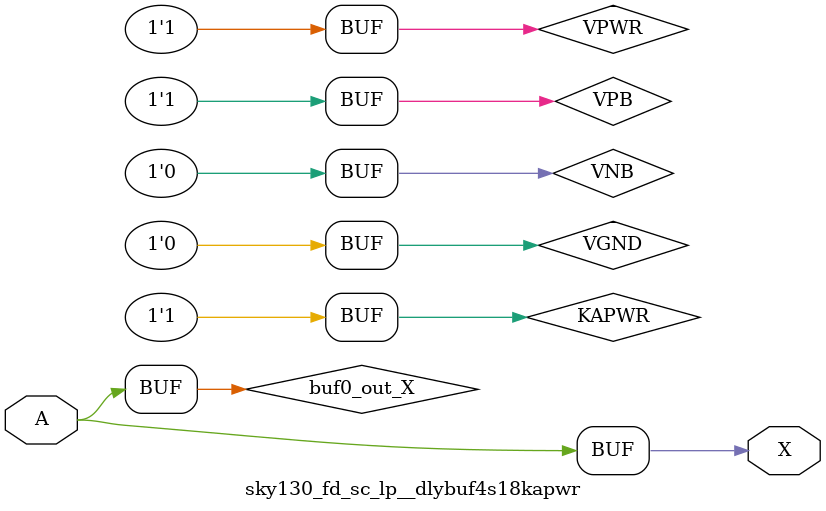
<source format=v>
/*
 * Copyright 2020 The SkyWater PDK Authors
 *
 * Licensed under the Apache License, Version 2.0 (the "License");
 * you may not use this file except in compliance with the License.
 * You may obtain a copy of the License at
 *
 *     https://www.apache.org/licenses/LICENSE-2.0
 *
 * Unless required by applicable law or agreed to in writing, software
 * distributed under the License is distributed on an "AS IS" BASIS,
 * WITHOUT WARRANTIES OR CONDITIONS OF ANY KIND, either express or implied.
 * See the License for the specific language governing permissions and
 * limitations under the License.
 *
 * SPDX-License-Identifier: Apache-2.0
*/


`ifndef SKY130_FD_SC_LP__DLYBUF4S18KAPWR_TIMING_V
`define SKY130_FD_SC_LP__DLYBUF4S18KAPWR_TIMING_V

/**
 * dlybuf4s18kapwr: Delay Buffer 4-stage 0.18um length inner stage
 *                  gates on keep-alive power rail.
 *
 * Verilog simulation timing model.
 */

`timescale 1ns / 1ps
`default_nettype none

`celldefine
module sky130_fd_sc_lp__dlybuf4s18kapwr (
    X,
    A
);

    // Module ports
    output X;
    input  A;

    // Module supplies
    supply1 VPWR ;
    supply0 VGND ;
    supply1 KAPWR;
    supply1 VPB  ;
    supply0 VNB  ;

    // Local signals
    wire buf0_out_X;

    //  Name  Output      Other arguments
    buf buf0 (buf0_out_X, A              );
    buf buf1 (X         , buf0_out_X     );

endmodule
`endcelldefine

`default_nettype wire
`endif  // SKY130_FD_SC_LP__DLYBUF4S18KAPWR_TIMING_V

</source>
